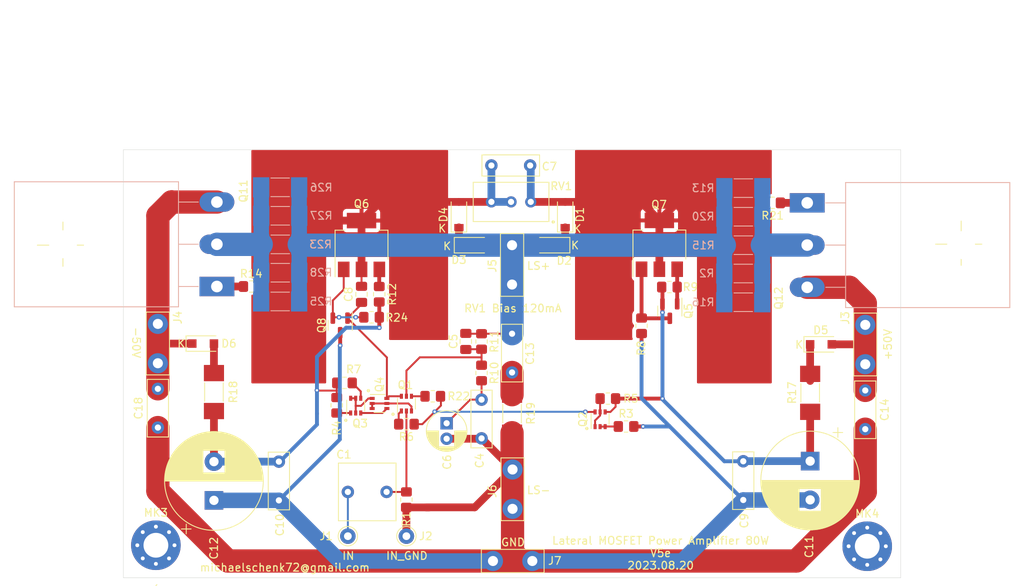
<source format=kicad_pcb>
(kicad_pcb (version 20221018) (generator pcbnew)
  (layers (0 "F.Cu" signal) (31 "B.Cu" signal) (34 "B.Paste" user) (35 "F.Paste" user) (36 "B.SilkS" user "B.Silkscreen") (37 "F.SilkS" user "F.Silkscreen") (38 "B.Mask" user) (39 "F.Mask" user) (44 "Edge.Cuts" user))
  (net 0 "")
  (net 1 "Net-(J1-Pin_1)")
  (net 2 "GND")
  (net 3 "Net-(Q1A-B1)")
  (net 4 "Net-(C4-Pad1)")
  (net 5 "Net-(D2-A)")
  (net 6 "Net-(Q1B-B2)")
  (net 7 "Net-(D4-A)")
  (net 8 "Net-(C13-Pad2)")
  (net 9 "Net-(D1-A)")
  (net 10 "Net-(Q1A-C1)")
  (net 11 "Net-(Q2B-E2)")
  (net 12 "Net-(D1-K)")
  (net 13 "Net-(D3-K)")
  (net 14 "Net-(D5-K)")
  (net 15 "Net-(D5-A)")
  (net 16 "Net-(D6-K)")
  (net 17 "Net-(D6-A)")
  (net 18 "Net-(Q1A-E1)")
  (net 19 "Net-(Q1B-C2)")
  (net 20 "Net-(Q1B-E2)")
  (net 21 "Net-(Q2A-E1)")
  (net 22 "Net-(Q2A-B1)")
  (net 23 "Net-(Q2A-C1)")
  (net 24 "Net-(Q3A-E1)")
  (net 25 "Net-(Q3A-B1)")
  (net 26 "Net-(C10-Pad2)")
  (net 27 "Net-(Q3B-C2)")
  (net 28 "Net-(Q3B-E2)")
  (net 29 "Net-(Q5-B)")
  (net 30 "Net-(Q5-C)")
  (net 31 "Net-(Q6-B)")
  (net 32 "Net-(Q6-E)")
  (net 33 "Net-(Q11-G)")
  (net 34 "Net-(Q11-D)")
  (net 35 "Net-(Q12-G)")
  (net 36 "Net-(Q12-S)")
  (footprint "Capacitor_THT:C_Rect_L7.2mm_W7.2mm_P5.00mm_FKS2_FKP2_MKS2_MKP2" (layer "F.Cu") (at 143.19 88.7476 180)
    (fp_text reference "C1")
    (fp_text value "3.3uF/63V/Film")
  )
  (footprint "Capacitor_THT:CP_Radial_D5.0mm_P2.00mm" (layer "F.Cu") (at 150.9395 79.883 -90)
    (fp_text reference "C4")
    (fp_text value "47uF/25V")
  )
  (footprint "Capacitor_THT:C_Rect_L7.2mm_W2.5mm_P5.00mm_FKS2_FKP2_MKS2_MKP2" (layer "F.Cu") (at 155.448 76.835 -90)
    (fp_text reference "C6")
    (fp_text value "100n/100V")
  )
  (footprint "Capacitor_THT:C_Rect_L7.2mm_W2.5mm_P5.00mm_FKS2_FKP2_MKS2_MKP2" (layer "F.Cu") (at 189.23 84.789 -90)
    (fp_text reference "C9")
    (fp_text value "100n/100V")
  )
  (footprint "Capacitor_THT:CP_Radial_D12.5mm_P5.00mm" (layer "F.Cu") (at 197.866 84.7725 -90)
    (fp_text reference "C11")
    (fp_text value "220u/100V")
  )
  (footprint "Capacitor_THT:C_Rect_L7.2mm_W2.5mm_P5.00mm_FKS2_FKP2_MKS2_MKP2" (layer "F.Cu") (at 159.385 68.326 -90)
    (fp_text reference "C13")
    (fp_text value "22nF/100V")
  )
  (footprint "Diode_SMD:D_SOD-123" (layer "F.Cu") (at 166.243 52.958 90)
    (fp_text reference "D1")
    (fp_text value "MMSD914T")
  )
  (footprint "Diode_SMD:D_SOD-123" (layer "F.Cu") (at 164.592 56.896 180)
    (fp_text reference "D2")
    (fp_text value "MMSZ12T1G/12V/0.5W")
  )
  (footprint "Diode_SMD:D_SOD-123" (layer "F.Cu") (at 154.178 56.896)
    (fp_text reference "D3")
    (fp_text value "MMSD914T")
  )
  (footprint "Diode_SMD:D_SOD-123" (layer "F.Cu") (at 152.527 52.958 90)
    (fp_text reference "D4")
    (fp_text value "MMSZ12T1G/12V/0.5W")
  )
  (footprint "Diode_SMD:D_SOD-123F" (layer "F.Cu") (at 199.26 69.6976)
    (fp_text reference "D5")
    (fp_text value "SM4002PL-TP")
  )
  (footprint "Connector_Pin:Pin_D1.0mm_L10.0mm" (layer "F.Cu") (at 138.19 94.4585)
    (fp_text reference "J1")
    (fp_text value "Conn_01x01")
  )
  (footprint "Connector_Pin:Pin_D1.0mm_L10.0mm" (layer "F.Cu") (at 145.7465 94.4585)
    (fp_text reference "J2")
    (fp_text value "Conn_01x01")
  )
  (footprint "kicad-snk:TE-726386-2_Pitch5.08mm_Drill1.3mm" (layer "F.Cu") (at 204.978 72.263 90)
    (fp_text reference "J3")
    (fp_text value "+50V")
  )
  (footprint "kicad-snk:TE-726386-2_Pitch5.08mm_Drill1.3mm" (layer "F.Cu") (at 159.385 56.896 -90)
    (fp_text reference "J5")
    (fp_text value "LS+")
  )
  (footprint "kicad-snk:TE-726386-2_Pitch5.08mm_Drill1.3mm" (layer "F.Cu") (at 159.4485 85.852 -90)
    (fp_text reference "J6")
    (fp_text value "LS-")
  )
  (footprint "kicad-snk:TE-726386-2_Pitch5.08mm_Drill1.3mm" (layer "F.Cu") (at 156.9212 97.663)
    (fp_text reference "J7")
    (fp_text value "GND")
  )
  (footprint "MountingHole:MountingHole_3.2mm_M3_Pad_Via" (layer "F.Cu") (at 113.411 95.631)
    (fp_text reference "MK3")
    (fp_text value "Mounting_Hole_PAD")
  )
  (footprint "MountingHole:MountingHole_3.2mm_M3_Pad_Via" (layer "F.Cu") (at 205.232 95.758)
    (fp_text reference "MK4")
    (fp_text value "Mounting_Hole_PAD")
  )
  (footprint "Resistor_SMD:R_0805_2012Metric_Pad1.20x1.40mm_HandSolder" (layer "F.Cu") (at 145.7465 89.7435 -90)
    (fp_text reference "R1")
    (fp_text value "22k/0.3W")
  )
  (footprint "Resistor_SMD:R_0805_2012Metric_Pad1.20x1.40mm_HandSolder" (layer "F.Cu") (at 174.1 80.3)
    (fp_text reference "R3")
    (fp_text value "22k/0.3W")
  )
  (footprint "Resistor_SMD:R_0805_2012Metric_Pad1.20x1.40mm_HandSolder" (layer "F.Cu") (at 171.75 76.7 180)
    (fp_text reference "R5")
    (fp_text value "150R/0.3W")
  )
  (footprint "Resistor_SMD:R_0805_2012Metric_Pad1.20x1.40mm_HandSolder" (layer "F.Cu") (at 145.75 80 180)
    (fp_text reference "R6")
    (fp_text value "100R/0.3W")
  )
  (footprint "Resistor_SMD:R_0805_2012Metric_Pad1.20x1.40mm_HandSolder" (layer "F.Cu") (at 155.448 73.39 -90)
    (fp_text reference "R10")
    (fp_text value "1k/0.3W")
  )
  (footprint "Resistor_SMD:R_0805_2012Metric_Pad1.20x1.40mm_HandSolder" (layer "F.Cu") (at 155.448 69.326 -90)
    (fp_text reference "R11")
    (fp_text value "22k/0.3W")
  )
  (footprint "Resistor_SMD:R_0805_2012Metric_Pad1.20x1.40mm_HandSolder" (layer "F.Cu") (at 125.714 62.23)
    (fp_text reference "R14")
    (fp_text value "220R/0.3W")
  )
  (footprint "Resistor_SMD:R_MELF_MMB-0207" (layer "F.Cu") (at 197.866 75.9576 90)
    (fp_text reference "R17")
    (fp_text value "100R/1W")
  )
  (footprint "Resistor_SMD:R_MELF_MMB-0207" (layer "F.Cu") (at 159.385 78.65 -90)
    (fp_text reference "R19")
    (fp_text value "6.8R/1W")
  )
  (footprint "Resistor_SMD:R_0805_2012Metric_Pad1.20x1.40mm_HandSolder" (layer "F.Cu") (at 193.024 51.435 180)
    (fp_text reference "R21")
    (fp_text value "220R/0.3W")
  )
  (footprint "Capacitor_THT:C_Rect_L7.2mm_W2.5mm_P5.00mm_FKS2_FKP2_MKS2_MKP2" (layer "F.Cu") (at 204.978 75.645 -90)
    (fp_text reference "C14")
    (fp_text value "100n/100V")
  )
  (footprint "Resistor_SMD:R_MELF_MMB-0207" (layer "F.Cu") (at 120.904 75.856 -90)
    (fp_text reference "R18")
    (fp_text value "100R/1W")
  )
  (footprint "Capacitor_THT:C_Rect_L7.2mm_W2.5mm_P5.00mm_FKS2_FKP2_MKS2_MKP2" (layer "F.Cu") (at 129.286 89.836 90)
    (fp_text reference "C10")
    (fp_text value "100n/100V")
  )
  (footprint "Capacitor_THT:CP_Radial_D12.5mm_P5.00mm" (layer "F.Cu") (at 120.904 89.836 90)
    (fp_text reference "C12")
    (fp_text value "220u/100V")
  )
  (footprint "Resistor_SMD:R_0805_2012Metric_Pad1.20x1.40mm_HandSolder" (layer "F.Cu") (at 137.7536 74.676 180)
    (fp_text reference "R7")
    (fp_text value "68R/0.3W")
  )
  (footprint "Resistor_SMD:R_0805_2012Metric_Pad1.20x1.40mm_HandSolder" (layer "F.Cu") (at 136.7536 77.5622 90)
    (fp_text reference "R4")
    (fp_text value "68R/0.3W")
  )
  (footprint "Package_TO_SOT_SMD:SOT-23" (layer "F.Cu") (at 179.75 65.4 -90)
    (fp_text reference "Q5")
    (fp_text value "BC856B")
  )
  (footprint "Package_TO_SOT_SMD:SOT-223-3_TabPin2" (layer "F.Cu") (at 139.954 56.871 90)
    (fp_text reference "Q6")
    (fp_text value "DZT5551")
  )
  (footprint "Package_TO_SOT_SMD:SOT-363_SC-70-6" (layer "F.Cu") (at 145.75 77.35 90)
    (fp_text reference "Q1")
    (fp_text value "BCM856BS,115")
  )
  (footprint "Package_TO_SOT_SMD:SOT-363_SC-70-6" (layer "F.Cu") (at 170.7515 79.3695 90)
    (fp_text reference "Q2")
    (fp_text value "BCM856BS,115")
  )
  (footprint "kicad-snk:TE-726386-2_Pitch5.08mm_Drill1.3mm" (layer "F.Cu") (at 113.665 72.136 90)
    (fp_text reference "J4")
    (fp_text value "-50V")
  )
  (footprint "Capacitor_THT:C_Rect_L7.2mm_W2.5mm_P5.00mm_FKS2_FKP2_MKS2_MKP2" (layer "F.Cu") (at 113.665 80.438 90)
    (fp_text reference "C18")
    (fp_text value "100n/100V")
  )
  (footprint "Diode_SMD:D_SOD-123F" (layer "F.Cu") (at 119.504 69.596)
    (fp_text reference "D6")
    (fp_text value "SM4002PL-TP")
  )
  (footprint "Capacitor_THT:C_Rect_L7.2mm_W2.5mm_P5.00mm_FKS2_FKP2_MKS2_MKP2" (layer "F.Cu") (at 156.718 46.609)
    (fp_text reference "C7")
    (fp_text value "100nF/100V")
  )
  (footprint "Potentiometer_THT:Potentiometer_Bourns_3296W_Vertical" (layer "F.Cu") (at 161.798 51.308)
    (fp_text reference "RV1")
    (fp_text value "200R/0.5W")
  )
  (footprint "Resistor_SMD:R_0805_2012Metric_Pad1.20x1.40mm_HandSolder" (layer "F.Cu") (at 179.7 62.3)
    (fp_text reference "R9")
    (fp_text value "39R/0.3W")
  )
  (footprint "Package_TO_SOT_SMD:SOT-363_SC-70-6" (layer "F.Cu") (at 139.2024 77.6072 90)
    (fp_text reference "Q3")
    (fp_text value "BCM846BS,115")
  )
  (footprint "Resistor_SMD:R_0805_2012Metric_Pad1.20x1.40mm_HandSolder" (layer "F.Cu") (at 149.15 76.4 180)
    (fp_text reference "R22")
    (fp_text value "100R/0.3W")
  )
  (footprint "Resistor_SMD:R_0805_2012Metric_Pad1.20x1.40mm_HandSolder" (layer "F.Cu") (at 141.25 66.2)
    (fp_text reference "R24")
    (fp_text value "1k/0.3W")
  )
  (footprint "Package_TO_SOT_SMD:SOT-223-3_TabPin2" (layer "F.Cu") (at 178.4 56.85 90)
    (fp_text reference "Q7")
    (fp_text value "DZT5401")
  )
  (footprint "Capacitor_SMD:C_0805_2012Metric_Pad1.18x1.45mm_HandSolder" (layer "F.Cu") (at 139.954 63.2421 -90)
    (fp_text reference "C8")
    (fp_text value "100pF/50V/Film")
  )
  (footprint "Package_TO_SOT_SMD:SOT-363_SC-70-6" (layer "F.Cu") (at 142.2756 77.328)
    (fp_text reference "Q4")
    (fp_text value "BCM846BS,115")
  )
  (footprint "Package_TO_SOT_SMD:SOT-23" (layer "F.Cu") (at 137.2 67.25 -90)
    (fp_text reference "Q8")
    (fp_text value "BC846B")
  )
  (footprint "Resistor_SMD:R_0805_2012Metric_Pad1.20x1.40mm_HandSolder" (layer "F.Cu") (at 176.1 67.3 -90)
    (fp_text reference "R8")
    (fp_text value "22k/0.25W")
  )
  (footprint "Capacitor_SMD:C_0805_2012Metric_Pad1.18x1.45mm_HandSolder" (layer "F.Cu") (at 153.416 69.3205 -90)
    (fp_text reference "C5")
    (fp_text value "10p/100V/COG")
  )
  (footprint "Resistor_SMD:R_0805_2012Metric_Pad1.20x1.40mm_HandSolder" (layer "F.Cu") (at 142.24 63.23 -90)
    (fp_text reference "R12")
    (fp_text value "56R/0.3W")
  )
  (footprint "Package_TO_SOT_THT:TO-247-3_Horizontal_TabUp" (layer "B.Cu") (at 121.285 62.23 90)
    (fp_text reference "Q11")
    (fp_text value "ECX10P20")
  )
  (footprint "Package_TO_SOT_THT:TO-247-3_Horizontal_TabUp" (layer "B.Cu") (at 197.485 51.435 -90)
    (fp_text reference "Q12")
    (fp_text value "ECX10N20")
  )
  (footprint "Resistor_SMD:R_MELF_MMB-0207" (layer "B.Cu") (at 189.23 60.5536 180)
    (fp_text reference "R2")
    (fp_text value "1R")
  )
  (footprint "Resistor_SMD:R_MELF_MMB-0207" (layer "B.Cu") (at 129.4616 56.7944 180)
    (fp_text reference "R23")
    (fp_text value "1R")
  )
  (footprint "Resistor_SMD:R_MELF_MMB-0207" (layer "B.Cu") (at 189.23 64.262 180)
    (fp_text reference "R16")
    (fp_text value "1R")
  )
  (footprint "Resistor_SMD:R_MELF_MMB-0207" (layer "B.Cu") (at 129.4616 53.1016 180)
    (fp_text reference "R27")
    (fp_text value "1R")
  )
  (footprint "Resistor_SMD:R_MELF_MMB-0207" (layer "B.Cu") (at 189.2416 56.896 180)
    (fp_text reference "R15")
    (fp_text value "1R")
  )
  (footprint "Resistor_SMD:R_MELF_MMB-0207" (layer "B.Cu") (at 129.45 64.1604 180)
    (fp_text reference "R25")
    (fp_text value "1R")
  )
  (footprint "Resistor_SMD:R_MELF_MMB-0207" (layer "B.Cu") (at 189.2416 49.53 180)
    (fp_text reference "R13")
    (fp_text value "1R")
  )
  (footprint "Resistor_SMD:R_MELF_MMB-0207" (layer "B.Cu") (at 129.4616 60.452 180)
    (fp_text reference "R28")
    (fp_text value "1R/1W")
  )
  (footprint "Resistor_SMD:R_MELF_MMB-0207" (layer "B.Cu") (at 129.45 49.4284 180)
    (fp_text reference "R26")
    (fp_text value "1R")
  )
  (footprint "Resistor_SMD:R_MELF_MMB-0207" (layer "B.Cu") (at 189.2416 53.2228 180)
    (fp_text reference "R20")
    (fp_text value "1R/1W")
  )
  (gr_line (start 98.1075 56.896) (end 104.0765 56.896) (stroke (width 0.12)) (layer "F.SilkS"))
  (gr_line (start 101.4095 53.9115) (end 101.4095 59.6265) (stroke (width 0.12)) (layer "F.SilkS"))
  (gr_line (start 217.3605 53.7845) (end 217.3605 59.4995) (stroke (width 0.12)) (layer "F.SilkS"))
  (gr_line (start 214.0585 56.769) (end 220.0275 56.769) (stroke (width 0.12)) (layer "F.SilkS"))
  (gr_line (start 113.411 100.838) (end 113.538 100.711) (stroke (width 0.12)) (layer "F.SilkS"))
  (gr_line (start 109.22 99.822) (end 209.55 99.822) (stroke (width 0.05)) (layer "Edge.Cuts"))
  (gr_line (start 109.22 44.577) (end 109.22 99.822) (stroke (width 0.05)) (layer "Edge.Cuts"))
  (gr_line (start 209.55 44.577) (end 209.55 99.822) (stroke (width 0.05)) (layer "Edge.Cuts"))
  (gr_line (start 109.22 44.577) (end 209.55 44.577) (stroke (width 0.05)) (layer "Edge.Cuts"))
  (gr_text "GND" (at 159.512 95.25) (layer "F.SilkS") (effects (font (size 1 1))))
  (gr_text "-50V" (at 110.871 69.469 -90) (layer "F.SilkS") (effects (font (size 1 1))))
  (gr_text "°" (at 164.7 54.3) (layer "F.SilkS") (effects (font (size 1 1))))
  (gr_text "°" (at 169.037 80.957) (layer "F.SilkS") (effects (font (size 1 1))))
  (gr_text "°" (at 144.018 79.121) (layer "F.SilkS") (effects (font (size 1 1))))
  (gr_text "RV1 Bias 120mA" (at 153.1112 65.6336) (layer "F.SilkS") (effects (font (size 1 1)) (justify left bottom)))
  (gr_text "IN" (at 138.25 97) (layer "F.SilkS") (effects (font (size 1 1))))
  (gr_text "LS+" (at 162.814 59.563) (layer "F.SilkS") (effects (font (size 1 1))))
  (gr_text "K" (at 116.6876 69.596) (layer "F.SilkS") (effects (font (size 1 1))))
  (gr_text "+50V" (at 207.899 69.723 90) (layer "F.SilkS") (effects (font (size 1 1))))
  (gr_text "IN_GND" (at 145.81 96.9985) (layer "F.SilkS") (effects (font (size 1 1))))
  (gr_text "°" (at 140.843 76.073) (layer "F.SilkS") (effects (font (size 1 1))))
  (gr_text "K" (at 167.513 56.9214) (layer "F.SilkS") (effects (font (size 1 1))))
  (gr_text "michaelschenk72@gmail.com" (at 130.05 98.5) (layer "F.SilkS") (effects (font (size 1 1))))
  (gr_text "K" (at 196.4436 69.7484) (layer "F.SilkS") (effects (font (size 1 1))))
  (gr_text "K" (at 151.003 57.023) (layer "F.SilkS") (effects (font (size 1 1))))
  (gr_text "Lateral MOSFET Power Amplifier 80W\nV5e\n2023.08.20" (at 178.562 96.647) (layer "F.SilkS") (effects (font (size 1 1))))
  (gr_text "°" (at 137.922 79.9084) (layer "F.SilkS") (effects (font (size 1 1))))
  (gr_text "K" (at 167.8178 54.7878) (layer "F.SilkS") (effects (font (size 1 1))))
  (gr_text "K" (at 150.368 54.737) (layer "F.SilkS") (effects (font (size 1 1))))
  (gr_text "LS-" (at 162.814 88.519) (layer "F.SilkS") (effects (font (size 1 1))))
  (segment (start 138.19 94.4585) (end 138.19 88.7476) (width 0.25) (layer "B.Cu") (net 1))
  (segment (start 150.9395 81.883) (end 155.4 81.883) (width 1) (layer "F.Cu") (net 2))
  (segment (start 156.9212 97.663) (end 122.695002 97.663) (width 3) (layer "F.Cu") (net 2))
  (segment (start 148.3 90.7375) (end 154.563 90.7375) (width 1) (layer "F.Cu") (net 2))
  (segment (start 204.978 88.759998) (end 204.978 80.645) (width 3) (layer "F.Cu") (net 2))
  (segment (start 145.7465 90.7435) (end 148.652 90.7435) (width 1) (layer "F.Cu") (net 2))
  (segment (start 160.528 97.663) (end 156.9212 97.663) (width 3) (layer "F.Cu") (net 2))
  (segment (start 154.563 90.7375) (end 159.4485 85.852) (width 1) (layer "F.Cu") (net 2))
  (segment (start 159.4485 85.8355) (end 155.448 81.835) (width 1) (layer "F.Cu") (net 2))
  (segment (start 137.2 68.1875) (end 137.2 69.85) (width 0.5) (layer "F.Cu") (net 2))
  (segment (start 196.074998 97.663) (end 204.978 88.759998) (width 3) (layer "F.Cu") (net 2))
  (segment (start 159.4485 96.5835) (end 160.528 97.663) (width 3) (layer "F.Cu") (net 2))
  (segment (start 113.665 80.438) (end 113.665 88.632998) (width 3) (layer "F.Cu") (net 2))
  (segment (start 162.0012 97.663) (end 196.074998 97.663) (width 3) (layer "F.Cu") (net 2))
  (segment (start 159.385 81.1) (end 159.385 85.7885) (width 3) (layer "F.Cu") (net 2))
  (segment (start 175.1 80.3) (end 176.3 80.3) (width 0.5) (layer "F.Cu") (net 2))
  (segment (start 162.0012 97.663) (end 160.528 97.663) (width 3) (layer "F.Cu") (net 2))
  (segment (start 159.4485 90.932) (end 159.4485 96.5835) (width 3) (layer "F.Cu") (net 2))
  (segment (start 176.1 68.3) (end 176.1 69.5) (width 0.5) (layer "F.Cu") (net 2))
  (segment (start 113.665 88.632998) (end 122.695002 97.663) (width 3) (layer "F.Cu") (net 2))
  (segment (start 145.7465 94.4585) (end 145.7465 90.7435) (width 1) (layer "F.Cu") (net 2))
  (segment (start 159.4485 85.852) (end 159.4485 90.932) (width 3) (layer "F.Cu") (net 2))
  (via (at 176.3 80.3) (size 0.6) (drill 0.3) (layers "F.Cu" "B.Cu") (net 2))
  (via (at 176.1 69.5) (size 0.6) (drill 0.3) (layers "F.Cu" "B.Cu") (net 2))
  (via (at 137.2 69.85) (size 0.6) (drill 0.3) (layers "F.Cu" "B.Cu") (net 2))
  (segment (start 137.150489 69.899511) (end 137.150489 81.971511) (width 0.5) (layer "B.Cu") (net 2))
  (segment (start 162.0012 97.663) (end 181.356 97.663) (width 2) (layer "B.Cu") (net 2))
  (segment (start 181.356 97.663) (end 189.23 89.789) (width 2) (layer "B.Cu") (net 2))
  (segment (start 179.65 80.3) (end 179.6955 80.2545) (width 0.5) (layer "B.Cu") (net 2))
  (segment (start 176.1 76.659) (end 176.1 69.5) (width 0.5) (layer "B.Cu") (net 2))
  (segment (start 176.3 80.3) (end 179.65 80.3) (width 0.5) (layer "B.Cu") (net 2))
  (segment (start 129.286 89.836) (end 137.15 97.7) (width 2) (layer "B.Cu") (net 2))
  (segment (start 156.9212 97.663) (end 137.187 97.663) (width 2) (layer "B.Cu") (net 2))
  (segment (start 137.150489 81.971511) (end 129.286 89.836) (width 0.5) (layer "B.Cu") (net 2))
  (segment (start 137.2 69.85) (end 137.150489 69.899511) (width 0.5) (layer "B.Cu") (net 2))
  (segment (start 189.23 89.789) (end 197.8495 89.789) (width 2) (layer "B.Cu") (net 2))
  (segment (start 189.23 89.789) (end 179.6955 80.2545) (width 0.5) (layer "B.Cu") (net 2))
  (segment (start 137.187 97.663) (end 137.15 97.7) (width 2) (layer "B.Cu") (net 2))
  (segment (start 129.286 89.836) (end 120.904 89.836) (width 2) (layer "B.Cu") (net 2))
  (segment (start 179.6955 80.2545) (end 176.1 76.659) (width 0.5) (layer "B.Cu") (net 2))
  (segment (start 143.19 88.7476) (end 145.7424 88.7476) (width 0.25) (layer "F.Cu") (net 3))
  (segment (start 145.75 78.3) (end 145.75 88.74) (width 0.25) (layer "F.Cu") (net 3))
  (segment (start 145.7452 88.7422) (end 145.7465 88.7435) (width 0.25) (layer "F.Cu") (net 3))
  (segment (start 145.75 88.74) (end 145.7465 88.7435) (width 0.25) (layer "F.Cu") (net 3))
  (segment (start 155.448 76.835) (end 153.9875 76.835) (width 0.25) (layer "F.Cu") (net 4))
  (segment (start 153.9875 76.835) (end 150.9395 79.883) (width 0.25) (layer "F.Cu") (net 4))
  (segment (start 155.448 76.835) (end 155.448 74.39) (width 0.25) (layer "F.Cu") (net 4))
  (segment (start 162.942 56.896) (end 159.385 56.896) (width 1) (layer "F.Cu") (net 5))
  (segment (start 159.385 68.326) (end 155.448 68.326) (width 0.25) (layer "F.Cu") (net 5))
  (segment (start 155.828 56.896) (end 159.385 56.896) (width 1) (layer "F.Cu") (net 5))
  (segment (start 153.459 68.326) (end 153.416 68.283) (width 0.25) (layer "F.Cu") (net 5))
  (segment (start 155.448 68.326) (end 153.459 68.326) (width 0.25) (layer "F.Cu") (net 5))
  (segment (start 159.385 61.976) (end 159.385 68.326) (width 3) (layer "B.Cu") (net 5))
  (segment (start 131.9 53.09) (end 131.9116 53.1016) (width 2) (layer "B.Cu") (net 5))
  (segment (start 132.0132 56.896) (end 131.9116 56.7944) (width 3) (layer "B.Cu") (net 5))
  (segment (start 131.9116 64.1488) (end 131.9 64.1604) (width 2) (layer "B.Cu") (net 5))
  (segment (start 159.385 56.896) (end 159.385 61.976) (width 3) (layer "B.Cu") (net 5))
  (segment (start 186.78 60.5536) (end 186.78 56.9076) (width 2) (layer "B.Cu") (net 5))
  (segment (start 131.9 49.4284) (end 131.9 53.09) (width 2) (layer "B.Cu") (net 5))
  (segment (start 186.7916 53.2228) (end 186.7916 49.53) (width 2) (layer "B.Cu") (net 5))
  (segment (start 186.78 64.262) (end 186.78 60.5536) (width 2) (layer "B.Cu") (net 5))
  (segment (start 186.7916 56.896) (end 186.7916 53.2228) (width 2) (layer "B.Cu") (net 5))
  (segment (start 186.7916 56.896) (end 159.385 56.896) (width 3) (layer "B.Cu") (net 5))
  (segment (start 131.9116 53.1016) (end 131.9116 56.7944) (width 2) (layer "B.Cu") (net 5))
  (segment (start 131.9116 56.7944) (end 131.9116 60.452) (width 2) (layer "B.Cu") (net 5))
  (segment (start 159.385 56.896) (end 132.0132 56.896) (width 3) (layer "B.Cu") (net 5))
  (segment (start 186.78 56.9076) (end 186.7916 56.896) (width 2) (layer "B.Cu") (net 5))
  (segment (start 131.9116 60.452) (end 131.9116 64.1488) (width 2) (layer "B.Cu") (net 5))
  (segment (start 155.448 71.374) (end 147.4724 71.374) (width 0.25) (layer "F.Cu") (net 6))
  (segment (start 147.4724 71.374) (end 145.75 73.0964) (width 0.25) (layer "F.Cu") (net 6))
  (segment (start 155.448 72.39) (end 155.448 71.374) (width 0.25) (layer "F.Cu") (net 6))
  (segment (start 155.448 70.326) (end 153.448 70.326) (width 0.25) (layer "F.Cu") (net 6))
  (segment (start 145.75 73.0964) (end 145.75 76.4) (width 0.25) (layer "F.Cu") (net 6))
  (segment (start 155.448 71.374) (end 155.448 70.326) (width 0.25) (layer "F.Cu") (net 6))
  (segment (start 153.448 70.326) (end 153.416 70.358) (width 0.25) (layer "F.Cu") (net 6))
  (segment (start 128.27 62.23) (end 126.714 62.23) (width 1) (layer "F.Cu") (net 7))
  (segment (start 139.954 62.2046) (end 139.954 60.021) (width 0.25) (layer "F.Cu") (net 7))
  (segment (start 139.954 60.021) (end 139.954 53.721) (width 1) (layer "F.Cu") (net 7))
  (segment (start 156.718 51.308) (end 152.527 51.308) (width 1) (layer "F.Cu") (net 7))
  (segment (start 136.779 53.721) (end 128.27 62.23) (width 1) (layer "F.Cu") (net 7))
  (segment (start 152.527 51.308) (end 142.367 51.308) (width 1) (layer "F.Cu") (net 7))
  (segment (start 142.367 51.308) (end 139.954 53.721) (width 1) (layer "F.Cu") (net 7))
  (segment (start 139.954 53.721) (end 136.779 53.721) (width 1) (layer "F.Cu") (net 7))
  (segment (start 159.258 51.308) (end 156.718 51.308) (width 1) (layer "B.Cu") (net 7))
  (segment (start 156.718 51.308) (end 156.718 46.609) (width 1) (layer "B.Cu") (net 7))
  (segment (start 159.385 73.326) (end 159.385 76.2) (width 3) (layer "F.Cu") (net 8))
  (segment (start 166.243 51.308) (end 161.798 51.308) (width 1) (layer "F.Cu") (net 9))
  (segment (start 178.4 53.7) (end 180.7 51.4) (width 1) (layer "F.Cu") (net 9))
  (segment (start 176.008 51.308) (end 178.4 53.7) (width 1) (layer "F.Cu") (net 9))
  (segment (start 166.243 51.308) (end 176.008 51.308) (width 1) (layer "F.Cu") (net 9))
  (segment (start 180.7 51.4) (end 191.989 51.4) (width 1) (layer "F.Cu") (net 9))
  (segment (start 178.4 60) (end 178.4 53.7) (width 1) (layer "F.Cu") (net 9))
  (segment (start 161.798 51.308) (end 161.798 46.689) (width 1) (layer "B.Cu") (net 9))
  (segment (start 143.5036 76.4) (end 143.2256 76.678) (width 0.25) (layer "F.Cu") (net 10))
  (segment (start 138.15 66.3125) (end 143.2256 71.3881) (width 0.25) (layer "F.Cu") (net 10))
  (segment (start 143.2256 71.3881) (end 143.2256 76.678) (width 0.25) (layer "F.Cu") (net 10))
  (segment (start 139.954 64.5085) (end 138.15 66.3125) (width 0.25) (layer "F.Cu") (net 10))
  (segment (start 145.1 76.4) (end 143.5036 76.4) (width 0.25) (layer "F.Cu") (net 10))
  (segment (start 178.8 64.4625) (end 178.8 65.588) (width 0.5) (layer "F.Cu") (net 11))
  (segment (start 172.0805 78.4195) (end 171.4015 78.4195) (width 0.25) (layer "F.Cu") (net 11))
  (segment (start 172.75 77.75) (end 172.0805 78.4195) (width 0.25) (layer "F.Cu") (net 11))
  (segment (start 197.866 78.4076) (end 197.866 84.7725) (width 1) (layer "F.Cu") (net 11))
  (segment (start 172.75 76.7) (end 172.75 77.75) (width 0.25) (layer "F.Cu") (net 11))
  (segment (start 172.75 76.7) (end 178.8 76.7) (width 0.5) (layer "F.Cu") (net 11))
  (segment (start 178.8 64.4625) (end 178.8 62.4) (width 0.5) (layer "F.Cu") (net 11))
  (via (at 178.8 76.7) (size 0.6) (drill 0.3) (layers "F.Cu" "B.Cu") (net 11))
  (via (at 178.8 65.588) (size 0.6) (drill 0.3) (layers "F.Cu" "B.Cu") (net 11))
  (segment (start 178.8 65.588) (end 178.8 76.7) (width 0.5) (layer "B.Cu") (net 11))
  (segment (start 189.23 84.789) (end 186.789 84.789) (width 0.5) (layer "B.Cu") (net 11))
  (segment (start 197.866 84.7725) (end 189.2465 84.7725) (width 1) (layer "B.Cu") (net 11))
  (segment (start 186.789 84.789) (end 178.75 76.75) (width 0.5) (layer "B.Cu") (net 11))
  (segment (start 178.8 76.7) (end 178.75 76.75) (width 0.5) (layer "B.Cu") (net 11))
  (segment (start 166.242 56.896) (end 166.242 54.609) (width 1) (layer "F.Cu") (net 12))
  (segment (start 166.242 54.609) (end 166.243 54.608) (width 1) (layer "F.Cu") (net 12))
  (segment (start 152.528 56.896) (end 152.528 54.609) (width 1) (layer "F.Cu") (net 13))
  (segment (start 152.528 54.609) (end 152.527 54.608) (width 1) (layer "F.Cu") (net 13))
  (segment (start 197.86 73.5016) (end 197.866 73.5076) (width 1) (layer "F.Cu") (net 14))
  (segment (start 197.86 69.6976) (end 197.86 73.5016) (width 1) (layer "F.Cu") (net 14))
  (segment (start 197.872 74.416) (end 197.866 74.422) (width 1) (layer "F.Cu") (net 14))
  (segment (start 202.924 62.335) (end 197.485 62.335) (width 3) (layer "F.Cu") (net 15))
  (segment (start 204.978 67.183) (end 204.978 70.104) (width 3) (layer "F.Cu") (net 15))
  (segment (start 204.978 72.263) (end 204.978 75.645) (width 3) (layer "F.Cu") (net 15))
  (segment (start 204.5716 69.6976) (end 204.978 70.104) (width 1) (layer "F.Cu") (net 15))
  (segment (start 204.978 70.104) (end 204.978 72.263) (width 3) (layer "F.Cu") (net 15))
  (segment (start 204.978 64.389) (end 202.924 62.335) (width 3) (layer "F.Cu") (net 15))
  (segment (start 200.66 69.6976) (end 204.5716 69.6976) (width 1) (layer "F.Cu") (net 15))
  (segment (start 204.978 67.183) (end 204.978 64.389) (width 3) (layer "F.Cu") (net 15))
  (segment (start 204.9526 67.1576) (end 204.978 67.183) (width 1) (layer "F.Cu") (net 15))
  (segment (start 113.665 53.086) (end 115.443 51.308) (width 3) (layer "F.Cu") (net 16))
  (segment (start 113.665 75.438) (end 113.665 72.136) (width 3) (layer "F.Cu") (net 16))
  (segment (start 114.554 69.596) (end 113.665 70.485) (width 1) (layer "F.Cu") (net 16))
  (segment (start 113.665 72.136) (end 113.665 70.485) (width 3) (layer "F.Cu") (net 16))
  (segment (start 113.665 70.485) (end 113.665 67.056) (width 3) (layer "F.Cu") (net 16))
  (segment (start 113.665 67.056) (end 113.665 53.086) (width 3) (layer "F.Cu") (net 16))
  (segment (start 115.465 51.33) (end 121.285 51.33) (width 3) (layer "F.Cu") (net 16))
  (segment (start 115.443 51.308) (end 115.465 51.33) (width 3) (layer "F.Cu") (net 16))
  (segment (start 118.104 69.596) (end 114.554 69.596) (width 1) (layer "F.Cu") (net 16))
  (segment (start 120.904 69.596) (end 120.904 73.406) (width 1) (layer "F.Cu") (net 17))
  (segment (start 144.75 80) (end 144.75 78.65) (width 0.25) (layer "F.Cu") (net 18))
  (segment (start 144.75 78.65) (end 145.1 78.3) (width 0.25) (layer "F.Cu") (net 18))
  (segment (start 141.3256 77.978) (end 141.3256 77.328) (width 0.25) (layer "F.Cu") (net 19))
  (segment (start 146.003 77.328) (end 143.2256 77.328) (width 0.25) (layer "F.Cu") (net 19))
  (segment (start 146.4 77.725) (end 146.003 77.328) (width 0.25) (layer "F.Cu") (net 19))
  (segment (start 143.2256 77.328) (end 141.3256 77.328) (width 0.25) (layer "F.Cu") (net 19))
  (segment (start 146.4 78.3) (end 146.4 77.725) (width 0.25) (layer "F.Cu") (net 19))
  (segment (start 148.15 76.4) (end 146.4 76.4) (width 0.25) (layer "F.Cu") (net 20))
  (segment (start 170.7515 78.879502) (end 170.7515 78.4195) (width 0.25) (layer "F.Cu") (net 21))
  (segment (start 170.7515 78.4195) (end 170.7515 76.7015) (width 0.25) (layer "F.Cu") (net 21))
  (segment (start 170.1015 80.3195) (end 170.1015 79.529502) (width 0.25) (layer "F.Cu") (net 21))
  (segment (start 170.1015 79.529502) (end 170.7515 78.879502) (width 0.25) (layer "F.Cu") (net 21))
  (segment (start 173.1 80.3) (end 171.421 80.3) (width 0.25) (layer "F.Cu") (net 22))
  (segment (start 170.7515 80.3195) (end 171.4015 80.3195) (width 0.25) (layer "F.Cu") (net 22))
  (segment (start 170.1015 78.4195) (end 168.849 78.4195) (width 0.25) (layer "F.Cu") (net 23))
  (segment (start 168.849 78.4195) (end 168.8465 78.417) (width 0.25) (layer "F.Cu") (net 23))
  (segment (start 146.75 80) (end 147.8 80) (width 0.25) (layer "F.Cu") (net 23))
  (segment (start 150.2 77.6) (end 150.2 76.45) (width 0.25) (layer "F.Cu") (net 23))
  (segment (start 149.4 78.4) (end 150.2 77.6) (width 0.25) (layer "F.Cu") (net 23))
  (segment (start 147.8 80) (end 149.4 78.4) (width 0.25) (layer "F.Cu") (net 23))
  (via (at 168.8465 78.417) (size 0.6) (drill 0.3) (layers "F.Cu" "B.Cu") (net 23))
  (via (at 149.4 78.4) (size 0.6) (drill 0.3) (layers "F.Cu" "B.Cu") (net 23))
  (segment (start 168.8295 78.4) (end 168.8465 78.417) (width 0.25) (layer "B.Cu") (net 23))
  (segment (start 149.4 78.4) (end 168.8295 78.4) (width 0.25) (layer "B.Cu") (net 23))
  (segment (start 136.7586 78.5572) (end 136.7536 78.5622) (width 0.25) (layer "F.Cu") (net 24))
  (segment (start 138.5524 78.5572) (end 136.7586 78.5572) (width 0.25) (layer "F.Cu") (net 24))
  (segment (start 141.3048 76.6572) (end 141.3256 76.678) (width 0.25) (layer "F.Cu") (net 25))
  (segment (start 139.8928 77.6328) (end 139.2024 77.6328) (width 0.25) (layer "F.Cu") (net 25))
  (segment (start 139.2024 78.5572) (end 139.2024 77.6328) (width 0.25) (layer "F.Cu") (net 25))
  (segment (start 140.8476 76.678) (end 139.8928 77.6328) (width 0.25) (layer "F.Cu") (net 25))
  (segment (start 141.3256 76.678) (end 140.8476 76.678) (width 0.25) (layer "F.Cu") (net 25))
  (segment (start 139.2024 76.6572) (end 138.5524 76.6572) (width 0.25) (layer "F.Cu") (net 25))
  (segment (start 139.2024 77.6328) (end 139.2024 76.6572) (width 0.25) (layer "F.Cu") (net 25))
  (segment (start 142.25 64.24) (end 142.24 64.23) (width 0.5) (layer "F.Cu") (net 26))
  (segment (start 136.7536 75.6666) (end 134.239 75.6666) (width 0.25) (layer "F.Cu") (net 26))
  (segment (start 136.7536 75.6666) (end 136.7536 74.676) (width 0.25) (layer "F.Cu") (net 26))
  (segment (start 134.239 75.6666) (end 134.2 75.6276) (width 0.25) (layer "F.Cu") (net 26))
  (segment (start 142.25 66.2) (end 142.25 67.55) (width 0.5) (layer "F.Cu") (net 26))
  (segment (start 136.7536 76.5622) (end 136.7536 75.6666) (width 0.25) (layer "F.Cu") (net 26))
  (segment (start 142.25 66.2) (end 142.25 64.24) (width 0.5) (layer "F.Cu") (net 26))
  (segment (start 120.904 78.306) (end 120.904 84.836) (width 1) (layer "F.Cu") (net 26))
  (via (at 134.2 75.6276) (size 0.6) (drill 0.3) (layers "F.Cu" "B.Cu") (net 26))
  (via (at 142.25 67.55) (size 0.6) (drill 0.3) (layers "F.Cu" "B.Cu") (net 26))
  (segment (start 134.2 75.6276) (end 134.2 78.652) (width 0.5) (layer "B.Cu") (net 26))
  (segment (start 142.25 67.55) (end 137.95 67.55) (width 0.5) (layer "B.Cu") (net 26))
  (segment (start 137.95 67.55) (end 134.2 71.3) (width 0.5) (layer "B.Cu") (net 26))
  (segment (start 129.286 84.836) (end 120.904 84.836) (width 1) (layer "B.Cu") (net 26))
  (segment (start 134.2 80.05) (end 129.414 84.836) (width 0.5) (layer "B.Cu") (net 26))
  (segment (start 134.2 78.652) (end 134.2 80.05) (width 0.5) (layer "B.Cu") (net 26))
  (segment (start 134.2 74.4) (end 134.2 75.6276) (width 0.5) (layer "B.Cu") (net 26))
  (segment (start 134.2 71.3) (end 134.2 74.4) (width 0.5) (layer "B.Cu") (net 26))
  (segment (start 142.6464 78.5572) (end 143.2256 77.978) (width 0.25) (layer "F.Cu") (net 27))
  (segment (start 139.8524 78.5572) (end 142.6464 78.5572) (width 0.25) (layer "F.Cu") (net 27))
  (segment (start 139.8524 76.6572) (end 139.8524 75.7748) (width 0.25) (layer "F.Cu") (net 28))
  (segment (start 139.8524 75.7748) (end 138.7536 74.676) (width 0.25) (layer "F.Cu") (net 28))
  (segment (start 180.7 64.4625) (end 180.7 62.3) (width 0.5) (layer "F.Cu") (net 29))
  (segment (start 180.7 62.3) (end 180.7 60) (width 0.5) (layer "F.Cu") (net 29))
  (segment (start 179.75 66.3375) (end 176.1375 66.3375) (width 0.5) (layer "F.Cu") (net 30))
  (segment (start 176.1 66.3) (end 176.1 60) (width 0.5) (layer "F.Cu") (net 30))
  (segment (start 137.654 62.625) (end 136.25 64.029) (width 0.25) (layer "F.Cu") (net 31))
  (segment (start 137.654 60.021) (end 137.654 62.625) (width 0.25) (layer "F.Cu") (net 31))
  (segment (start 136.25 64.029) (end 136.25 66.3125) (width 0.25) (layer "F.Cu") (net 31))
  (segment (start 137.05 66.2) (end 136.3625 66.2) (width 0.25) (layer "F.Cu") (net 31))
  (segment (start 140.25 66.2) (end 139.2 66.2) (width 0.25) (layer "F.Cu") (net 31))
  (via (at 137.05 66.2) (size 0.6) (drill 0.3) (layers "F.Cu" "B.Cu") (net 31))
  (via (at 139.2 66.2) (size 0.6) (drill 0.3) (layers "F.Cu" "B.Cu") (net 31))
  (segment (start 139.2 66.2) (end 137.05 66.2) (width 0.25) (layer "B.Cu") (net 31))
  (segment (start 142.24 60.035) (end 142.254 60.021) (width 0.5) (layer "F.Cu") (net 32))
  (segment (start 142.24 62.23) (end 142.24 60.035) (width 0.5) (layer "F.Cu") (net 32))
  (segment (start 121.285 62.23) (end 124.714 62.23) (width 1) (layer "F.Cu") (net 33))
  (segment (start 127.0116 56.7944) (end 127.0116 53.1016) (width 2) (layer "B.Cu") (net 34))
  (segment (start 127.0116 60.452) (end 127.0116 56.7944) (width 2) (layer "B.Cu") (net 34))
  (segment (start 127.0116 49.44) (end 127 49.4284) (width 2) (layer "B.Cu") (net 34))
  (segment (start 121.2994 56.7944) (end 121.285 56.78) (width 3) (layer "B.Cu") (net 34))
  (segment (start 127.0116 56.7944) (end 121.2994 56.7944) (width 3) (layer "B.Cu") (net 34))
  (segment (start 127 64.1604) (end 127 60.4636) (width 2) (layer "B.Cu") (net 34))
  (segment (start 127 60.4636) (end 127.0116 60.452) (width 2) (layer "B.Cu") (net 34))
  (segment (start 127.0116 53.1016) (end 127.0116 49.44) (width 2) (layer "B.Cu") (net 34))
  (segment (start 197.485 51.435) (end 194.024 51.435) (width 1) (layer "F.Cu") (net 35))
  (segment (start 191.7026 56.885) (end 191.6916 56.896) (width 3) (layer "B.Cu") (net 36))
  (segment (start 191.6916 56.896) (end 191.6916 60.542) (width 2) (layer "B.Cu") (net 36))
  (segment (start 191.6916 53.2228) (end 191.6916 56.896) (width 2) (layer "B.Cu") (net 36))
  (segment (start 197.474 56.896) (end 197.485 56.885) (width 2) (layer "B.Cu") (net 36))
  (segment (start 197.485 56.885) (end 191.7026 56.885) (width 3) (layer "B.Cu") (net 36))
  (segment (start 191.68 60.5536) (end 191.68 64.262) (width 2) (layer "B.Cu") (net 36))
  (segment (start 191.6916 60.542) (end 191.68 60.5536) (width 2) (layer "B.Cu") (net 36))
  (segment (start 191.6916 49.53) (end 191.6916 53.2228) (width 2) (layer "B.Cu") (net 36))
  (zone (net 7) (net_name "Net-(D4-A)") (layer "F.Cu") (connect_pads (clearance 0.508)) (min_thickness 0.254) (fill yes (thermal_gap 0.508) (thermal_bridge_width 0.508))
    (polygon (pts (xy 151.13 69.135) (xy 143.51 69.135) (xy 143.51 58.42) (xy 135.39 58.42) (xy 135.39 74.739) (xy 125.73 74.739) (xy 125.73 44.577) (xy 151.13 44.577)))
  )
  (zone (net 9) (net_name "Net-(D1-A)") (layer "F.Cu") (connect_pads (clearance 0.508)) (min_thickness 0.254) (fill yes (thermal_gap 0.508) (thermal_bridge_width 0.508))
    (polygon (pts (xy 167.513 69.135) (xy 175.133 69.135) (xy 175.133 58.42) (xy 183.253 58.42) (xy 183.253 74.739) (xy 192.913 74.739) (xy 192.913 44.577) (xy 167.513 44.577)))
  )
)
</source>
